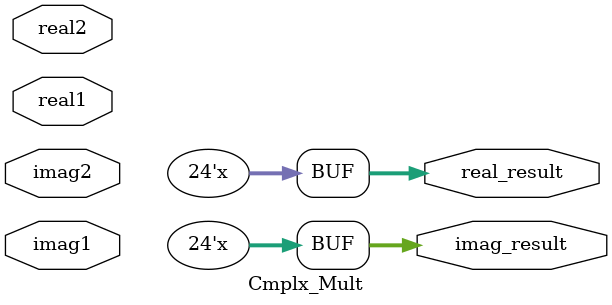
<source format=v>
`timescale 1ns / 1ps
module Cmplx_Mult #(parameter N = 9)(real1, imag1,
    real2, imag2, real_result, imag_result);

    input signed [N - 1 : 0] real1, real2;
    input signed [N - 1 : 0] imag1, imag2;

    output reg signed [23  : 0] real_result, imag_result;

    reg [23 : 0] t1, t2, t3, t4;

    always @(*) begin

        t1 <= real1 * real2;
        t2 <= imag1 * imag2;
        real_result <= t1 - t2;
        t3 <= real1 * imag2;
        t4 <= imag1 * real2;
        imag_result <= t3 + t4;

    end
endmodule


</source>
